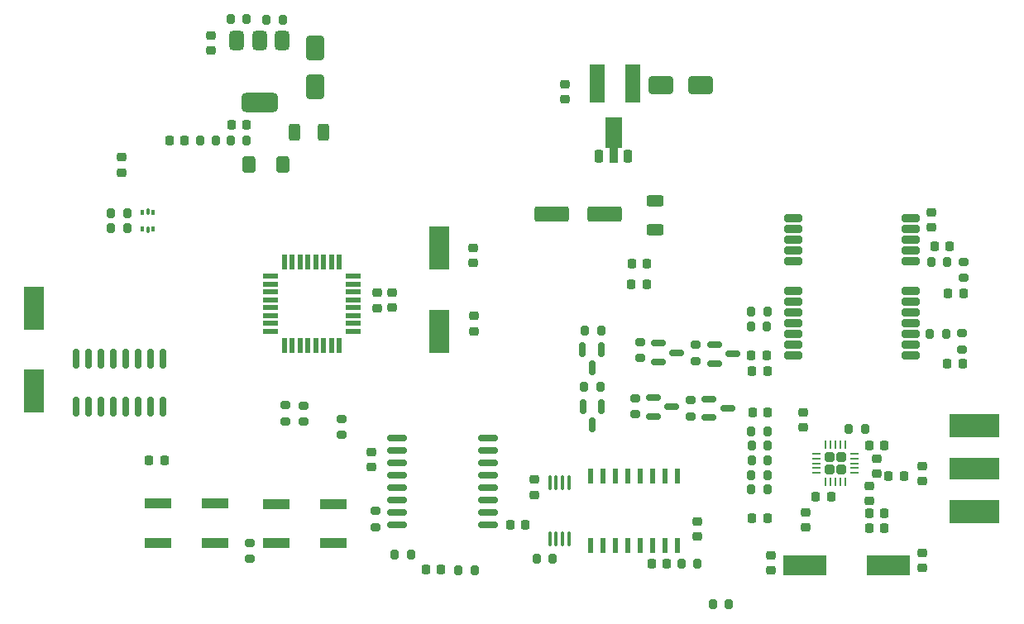
<source format=gbr>
%TF.GenerationSoftware,KiCad,Pcbnew,8.0.1*%
%TF.CreationDate,2024-11-10T18:35:02+01:00*%
%TF.ProjectId,Weather,57656174-6865-4722-9e6b-696361645f70,1.0*%
%TF.SameCoordinates,Original*%
%TF.FileFunction,Paste,Top*%
%TF.FilePolarity,Positive*%
%FSLAX46Y46*%
G04 Gerber Fmt 4.6, Leading zero omitted, Abs format (unit mm)*
G04 Created by KiCad (PCBNEW 8.0.1) date 2024-11-10 18:35:02*
%MOMM*%
%LPD*%
G01*
G04 APERTURE LIST*
G04 Aperture macros list*
%AMRoundRect*
0 Rectangle with rounded corners*
0 $1 Rounding radius*
0 $2 $3 $4 $5 $6 $7 $8 $9 X,Y pos of 4 corners*
0 Add a 4 corners polygon primitive as box body*
4,1,4,$2,$3,$4,$5,$6,$7,$8,$9,$2,$3,0*
0 Add four circle primitives for the rounded corners*
1,1,$1+$1,$2,$3*
1,1,$1+$1,$4,$5*
1,1,$1+$1,$6,$7*
1,1,$1+$1,$8,$9*
0 Add four rect primitives between the rounded corners*
20,1,$1+$1,$2,$3,$4,$5,0*
20,1,$1+$1,$4,$5,$6,$7,0*
20,1,$1+$1,$6,$7,$8,$9,0*
20,1,$1+$1,$8,$9,$2,$3,0*%
%AMFreePoly0*
4,1,9,3.862500,-0.866500,0.737500,-0.866500,0.737500,-0.450000,-0.737500,-0.450000,-0.737500,0.450000,0.737500,0.450000,0.737500,0.866500,3.862500,0.866500,3.862500,-0.866500,3.862500,-0.866500,$1*%
G04 Aperture macros list end*
%ADD10RoundRect,0.200000X0.200000X0.275000X-0.200000X0.275000X-0.200000X-0.275000X0.200000X-0.275000X0*%
%ADD11RoundRect,0.150000X-0.587500X-0.150000X0.587500X-0.150000X0.587500X0.150000X-0.587500X0.150000X0*%
%ADD12RoundRect,0.225000X-0.250000X0.225000X-0.250000X-0.225000X0.250000X-0.225000X0.250000X0.225000X0*%
%ADD13RoundRect,0.250000X1.000000X0.650000X-1.000000X0.650000X-1.000000X-0.650000X1.000000X-0.650000X0*%
%ADD14RoundRect,0.218750X0.256250X-0.218750X0.256250X0.218750X-0.256250X0.218750X-0.256250X-0.218750X0*%
%ADD15RoundRect,0.218750X-0.218750X-0.256250X0.218750X-0.256250X0.218750X0.256250X-0.218750X0.256250X0*%
%ADD16RoundRect,0.200000X0.275000X-0.200000X0.275000X0.200000X-0.275000X0.200000X-0.275000X-0.200000X0*%
%ADD17RoundRect,0.200000X-0.200000X-0.275000X0.200000X-0.275000X0.200000X0.275000X-0.200000X0.275000X0*%
%ADD18RoundRect,0.218750X0.218750X0.256250X-0.218750X0.256250X-0.218750X-0.256250X0.218750X-0.256250X0*%
%ADD19RoundRect,0.225000X-0.225000X-0.250000X0.225000X-0.250000X0.225000X0.250000X-0.225000X0.250000X0*%
%ADD20RoundRect,0.093750X0.093750X-0.156250X0.093750X0.156250X-0.093750X0.156250X-0.093750X-0.156250X0*%
%ADD21RoundRect,0.075000X0.075000X-0.250000X0.075000X0.250000X-0.075000X0.250000X-0.075000X-0.250000X0*%
%ADD22R,2.000000X4.500000*%
%ADD23RoundRect,0.250000X1.500000X0.550000X-1.500000X0.550000X-1.500000X-0.550000X1.500000X-0.550000X0*%
%ADD24RoundRect,0.150000X-0.150000X0.587500X-0.150000X-0.587500X0.150000X-0.587500X0.150000X0.587500X0*%
%ADD25RoundRect,0.150000X-0.875000X-0.150000X0.875000X-0.150000X0.875000X0.150000X-0.875000X0.150000X0*%
%ADD26R,2.800000X1.000000*%
%ADD27R,1.500000X4.000000*%
%ADD28RoundRect,0.225000X0.225000X0.250000X-0.225000X0.250000X-0.225000X-0.250000X0.225000X-0.250000X0*%
%ADD29RoundRect,0.225000X0.250000X-0.225000X0.250000X0.225000X-0.250000X0.225000X-0.250000X-0.225000X0*%
%ADD30RoundRect,0.200000X-0.275000X0.200000X-0.275000X-0.200000X0.275000X-0.200000X0.275000X0.200000X0*%
%ADD31R,1.600000X0.550000*%
%ADD32R,0.550000X1.600000*%
%ADD33RoundRect,0.200000X0.700000X0.200000X-0.700000X0.200000X-0.700000X-0.200000X0.700000X-0.200000X0*%
%ADD34RoundRect,0.375000X-0.375000X0.625000X-0.375000X-0.625000X0.375000X-0.625000X0.375000X0.625000X0*%
%ADD35RoundRect,0.500000X-1.400000X0.500000X-1.400000X-0.500000X1.400000X-0.500000X1.400000X0.500000X0*%
%ADD36R,4.500000X2.000000*%
%ADD37RoundRect,0.250000X-0.650000X1.000000X-0.650000X-1.000000X0.650000X-1.000000X0.650000X1.000000X0*%
%ADD38RoundRect,0.100000X0.100000X-0.637500X0.100000X0.637500X-0.100000X0.637500X-0.100000X-0.637500X0*%
%ADD39R,5.080000X2.290000*%
%ADD40R,5.080000X2.420000*%
%ADD41RoundRect,0.250000X-0.255000X-0.255000X0.255000X-0.255000X0.255000X0.255000X-0.255000X0.255000X0*%
%ADD42RoundRect,0.062500X-0.350000X-0.062500X0.350000X-0.062500X0.350000X0.062500X-0.350000X0.062500X0*%
%ADD43RoundRect,0.062500X-0.062500X-0.350000X0.062500X-0.350000X0.062500X0.350000X-0.062500X0.350000X0*%
%ADD44RoundRect,0.250000X-0.312500X-0.625000X0.312500X-0.625000X0.312500X0.625000X-0.312500X0.625000X0*%
%ADD45RoundRect,0.250000X-0.625000X0.312500X-0.625000X-0.312500X0.625000X-0.312500X0.625000X0.312500X0*%
%ADD46RoundRect,0.250000X-0.400000X-0.600000X0.400000X-0.600000X0.400000X0.600000X-0.400000X0.600000X0*%
%ADD47R,0.600000X1.500000*%
%ADD48RoundRect,0.150000X-0.150000X0.825000X-0.150000X-0.825000X0.150000X-0.825000X0.150000X0.825000X0*%
%ADD49RoundRect,0.225000X0.225000X-0.425000X0.225000X0.425000X-0.225000X0.425000X-0.225000X-0.425000X0*%
%ADD50FreePoly0,90.000000*%
G04 APERTURE END LIST*
D10*
%TO.C,R5*%
X99948000Y-123545600D03*
X98298000Y-123545600D03*
%TD*%
D11*
%TO.C,Q5*%
X115969800Y-107188000D03*
X115969800Y-109088000D03*
X117844800Y-108138000D03*
%TD*%
D12*
%TO.C,C3*%
X98044000Y-115442400D03*
X98044000Y-116992400D03*
%TD*%
D13*
%TO.C,D6*%
X115061800Y-75024000D03*
X111061800Y-75024000D03*
%TD*%
D14*
%TO.C,D9*%
X55854600Y-83972600D03*
X55854600Y-82397600D03*
%TD*%
D15*
%TO.C,L8*%
X120294000Y-102666800D03*
X121869000Y-102666800D03*
%TD*%
D16*
%TO.C,R33*%
X68935600Y-123545600D03*
X68935600Y-121895600D03*
%TD*%
D17*
%TO.C,R12*%
X120307500Y-111963200D03*
X121957500Y-111963200D03*
%TD*%
D18*
%TO.C,L7*%
X109626600Y-93319600D03*
X108051600Y-93319600D03*
%TD*%
D19*
%TO.C,C23*%
X132334000Y-118872000D03*
X133884000Y-118872000D03*
%TD*%
D17*
%TO.C,R21*%
X90298000Y-124714000D03*
X91948000Y-124714000D03*
%TD*%
D12*
%TO.C,C19*%
X125600000Y-108550000D03*
X125600000Y-110100000D03*
%TD*%
D11*
%TO.C,Q1*%
X116489200Y-101615200D03*
X116489200Y-103515200D03*
X118364200Y-102565200D03*
%TD*%
D20*
%TO.C,U10*%
X57975000Y-89780090D03*
D21*
X58512500Y-89855090D03*
D20*
X59050000Y-89780090D03*
X59050000Y-88080090D03*
D21*
X58512500Y-88005090D03*
D20*
X57975000Y-88080090D03*
%TD*%
D19*
%TO.C,C22*%
X132325000Y-111900000D03*
X133875000Y-111900000D03*
%TD*%
D22*
%TO.C,Y3*%
X46875000Y-97875000D03*
X46875000Y-106375000D03*
%TD*%
D23*
%TO.C,C18*%
X105285800Y-88181200D03*
X99885800Y-88181200D03*
%TD*%
D24*
%TO.C,Q3*%
X104965600Y-107977600D03*
X103065600Y-107977600D03*
X104015600Y-109852600D03*
%TD*%
D17*
%TO.C,R29*%
X54750200Y-88154490D03*
X56400200Y-88154490D03*
%TD*%
D25*
%TO.C,U13*%
X84019600Y-111150400D03*
X84019600Y-112420400D03*
X84019600Y-113690400D03*
X84019600Y-114960400D03*
X84019600Y-116230400D03*
X84019600Y-117500400D03*
X84019600Y-118770400D03*
X84019600Y-120040400D03*
X93319600Y-120040400D03*
X93319600Y-118770400D03*
X93319600Y-117500400D03*
X93319600Y-116230400D03*
X93319600Y-114960400D03*
X93319600Y-113690400D03*
X93319600Y-112420400D03*
X93319600Y-111150400D03*
%TD*%
D15*
%TO.C,D8*%
X140360200Y-103581200D03*
X141935200Y-103581200D03*
%TD*%
D26*
%TO.C,SW1*%
X65384000Y-121888000D03*
X59584000Y-121888000D03*
X65384000Y-117888000D03*
X59584000Y-117888000D03*
%TD*%
D27*
%TO.C,L5*%
X104537400Y-74871600D03*
X108137400Y-74871600D03*
%TD*%
D28*
%TO.C,C4*%
X111607600Y-124002800D03*
X110057600Y-124002800D03*
%TD*%
D29*
%TO.C,C17*%
X101206600Y-76459400D03*
X101206600Y-74909400D03*
%TD*%
D30*
%TO.C,R8*%
X108396000Y-107097600D03*
X108396000Y-108747600D03*
%TD*%
D31*
%TO.C,U1*%
X79542200Y-100209600D03*
X79542200Y-99409600D03*
X79542200Y-98609600D03*
X79542200Y-97809600D03*
X79542200Y-97009600D03*
X79542200Y-96209600D03*
X79542200Y-95409600D03*
X79542200Y-94609600D03*
D32*
X78092200Y-93159600D03*
X77292200Y-93159600D03*
X76492200Y-93159600D03*
X75692200Y-93159600D03*
X74892200Y-93159600D03*
X74092200Y-93159600D03*
X73292200Y-93159600D03*
X72492200Y-93159600D03*
D31*
X71042200Y-94609600D03*
X71042200Y-95409600D03*
X71042200Y-96209600D03*
X71042200Y-97009600D03*
X71042200Y-97809600D03*
X71042200Y-98609600D03*
X71042200Y-99409600D03*
X71042200Y-100209600D03*
D32*
X72492200Y-101659600D03*
X73292200Y-101659600D03*
X74092200Y-101659600D03*
X74892200Y-101659600D03*
X75692200Y-101659600D03*
X76492200Y-101659600D03*
X77292200Y-101659600D03*
X78092200Y-101659600D03*
%TD*%
D12*
%TO.C,C31*%
X122301000Y-123202400D03*
X122301000Y-124752400D03*
%TD*%
D17*
%TO.C,R10*%
X120295300Y-116433600D03*
X121945300Y-116433600D03*
%TD*%
%TO.C,R16*%
X66993800Y-68267600D03*
X68643800Y-68267600D03*
%TD*%
D16*
%TO.C,R27*%
X141833600Y-102081600D03*
X141833600Y-100431600D03*
%TD*%
D30*
%TO.C,R35*%
X108915400Y-101321600D03*
X108915400Y-102971600D03*
%TD*%
D12*
%TO.C,C27*%
X138740400Y-88033800D03*
X138740400Y-89583800D03*
%TD*%
D33*
%TO.C,U9*%
X136612400Y-102666800D03*
X136612400Y-101566800D03*
X136612400Y-100466800D03*
X136612400Y-99366800D03*
X136612400Y-98266800D03*
X136612400Y-97166800D03*
X136612400Y-96066800D03*
X136612400Y-93066800D03*
X136612400Y-91966800D03*
X136612400Y-90866800D03*
X136612400Y-89766800D03*
X136612400Y-88666800D03*
X124612400Y-88666800D03*
X124612400Y-89766800D03*
X124612400Y-90866800D03*
X124612400Y-91966800D03*
X124612400Y-93066800D03*
X124612400Y-96066800D03*
X124612400Y-97166800D03*
X124612400Y-98266800D03*
X124612400Y-99366800D03*
X124612400Y-100466800D03*
X124612400Y-101566800D03*
X124612400Y-102666800D03*
%TD*%
D14*
%TO.C,L11*%
X133096000Y-114833500D03*
X133096000Y-113258500D03*
%TD*%
D15*
%TO.C,L10*%
X134340500Y-115062000D03*
X135915500Y-115062000D03*
%TD*%
D34*
%TO.C,U6*%
X72227800Y-70452000D03*
X69927800Y-70452000D03*
D35*
X69927800Y-76752000D03*
D34*
X67627800Y-70452000D03*
%TD*%
D19*
%TO.C,C24*%
X132334000Y-120422000D03*
X133884000Y-120422000D03*
%TD*%
D16*
%TO.C,R25*%
X141986000Y-94742000D03*
X141986000Y-93092000D03*
%TD*%
D10*
%TO.C,R37*%
X104900000Y-100200000D03*
X103250000Y-100200000D03*
%TD*%
D16*
%TO.C,R2*%
X74435000Y-109490800D03*
X74435000Y-107840800D03*
%TD*%
D15*
%TO.C,D2*%
X86969600Y-124663200D03*
X88544600Y-124663200D03*
%TD*%
D29*
%TO.C,C5*%
X114757200Y-121234800D03*
X114757200Y-119684800D03*
%TD*%
D15*
%TO.C,L3*%
X120345000Y-104292400D03*
X121920000Y-104292400D03*
%TD*%
D36*
%TO.C,Y1*%
X125798000Y-124206000D03*
X134298000Y-124206000D03*
%TD*%
D12*
%TO.C,C7*%
X137795000Y-122910000D03*
X137795000Y-124460000D03*
%TD*%
D16*
%TO.C,R1*%
X72555400Y-109440000D03*
X72555400Y-107790000D03*
%TD*%
D15*
%TO.C,D7*%
X140411000Y-96367600D03*
X141986000Y-96367600D03*
%TD*%
D19*
%TO.C,C20*%
X126900000Y-117200000D03*
X128450000Y-117200000D03*
%TD*%
D37*
%TO.C,D5*%
X75654200Y-71214000D03*
X75654200Y-75214000D03*
%TD*%
D17*
%TO.C,R23*%
X120243400Y-99720400D03*
X121893400Y-99720400D03*
%TD*%
D16*
%TO.C,R15*%
X78350000Y-110850000D03*
X78350000Y-109200000D03*
%TD*%
D10*
%TO.C,R3*%
X117982000Y-128219200D03*
X116332000Y-128219200D03*
%TD*%
D26*
%TO.C,SW2*%
X71700000Y-117900000D03*
X77500000Y-117900000D03*
X71700000Y-121900000D03*
X77500000Y-121900000D03*
%TD*%
D30*
%TO.C,R13*%
X81838800Y-118644400D03*
X81838800Y-120294400D03*
%TD*%
D22*
%TO.C,Y2*%
X88303400Y-91720800D03*
X88303400Y-100220800D03*
%TD*%
D19*
%TO.C,C12*%
X67069000Y-79037200D03*
X68619000Y-79037200D03*
%TD*%
D12*
%TO.C,C8*%
X81432400Y-112610600D03*
X81432400Y-114160600D03*
%TD*%
D11*
%TO.C,Q2*%
X110799600Y-101462800D03*
X110799600Y-103362800D03*
X112674600Y-102412800D03*
%TD*%
D17*
%TO.C,R11*%
X120319700Y-113487200D03*
X121969700Y-113487200D03*
%TD*%
D29*
%TO.C,C1*%
X81953400Y-97846200D03*
X81953400Y-96296200D03*
%TD*%
D14*
%TO.C,L1*%
X132334000Y-117627500D03*
X132334000Y-116052500D03*
%TD*%
D17*
%TO.C,R22*%
X120269800Y-98247200D03*
X121919800Y-98247200D03*
%TD*%
D18*
%TO.C,L9*%
X121971000Y-108585000D03*
X120396000Y-108585000D03*
%TD*%
D29*
%TO.C,C11*%
X64986200Y-71443200D03*
X64986200Y-69893200D03*
%TD*%
D17*
%TO.C,R9*%
X120295300Y-114960400D03*
X121945300Y-114960400D03*
%TD*%
D18*
%TO.C,L6*%
X109575800Y-95453200D03*
X108000800Y-95453200D03*
%TD*%
D10*
%TO.C,R36*%
X104815600Y-105952600D03*
X103165600Y-105952600D03*
%TD*%
D38*
%TO.C,U2*%
X99659800Y-121480500D03*
X100309800Y-121480500D03*
X100959800Y-121480500D03*
X101609800Y-121480500D03*
X101609800Y-115755500D03*
X100959800Y-115755500D03*
X100309800Y-115755500D03*
X99659800Y-115755500D03*
%TD*%
D10*
%TO.C,R32*%
X131925000Y-110236000D03*
X130275000Y-110236000D03*
%TD*%
D15*
%TO.C,L2*%
X120345000Y-119380000D03*
X121920000Y-119380000D03*
%TD*%
D12*
%TO.C,C21*%
X125850000Y-118750000D03*
X125850000Y-120300000D03*
%TD*%
D10*
%TO.C,R17*%
X72313600Y-68318400D03*
X70663600Y-68318400D03*
%TD*%
D12*
%TO.C,C9*%
X91910200Y-98670800D03*
X91910200Y-100220800D03*
%TD*%
D24*
%TO.C,Q4*%
X104915600Y-102127600D03*
X103015600Y-102127600D03*
X103965600Y-104002600D03*
%TD*%
D19*
%TO.C,C30*%
X58648000Y-113436400D03*
X60198000Y-113436400D03*
%TD*%
D30*
%TO.C,R34*%
X114554200Y-101626400D03*
X114554200Y-103276400D03*
%TD*%
D10*
%TO.C,R14*%
X85445600Y-123139200D03*
X83795600Y-123139200D03*
%TD*%
D17*
%TO.C,R28*%
X54750200Y-89678490D03*
X56400200Y-89678490D03*
%TD*%
D39*
%TO.C,J27*%
X143148400Y-114300000D03*
D40*
X143148400Y-118680000D03*
X143148400Y-109920000D03*
%TD*%
D10*
%TO.C,R24*%
X140334000Y-93167200D03*
X138684000Y-93167200D03*
%TD*%
%TO.C,R4*%
X114757200Y-124002800D03*
X113107200Y-124002800D03*
%TD*%
D41*
%TO.C,U8*%
X128261700Y-113132200D03*
X128261700Y-114382200D03*
X129511700Y-113132200D03*
X129511700Y-114382200D03*
D42*
X126949200Y-112757200D03*
X126949200Y-113257200D03*
X126949200Y-113757200D03*
X126949200Y-114257200D03*
X126949200Y-114757200D03*
D43*
X127886700Y-115694700D03*
X128386700Y-115694700D03*
X128886700Y-115694700D03*
X129386700Y-115694700D03*
X129886700Y-115694700D03*
D42*
X130824200Y-114757200D03*
X130824200Y-114257200D03*
X130824200Y-113757200D03*
X130824200Y-113257200D03*
X130824200Y-112757200D03*
D43*
X129886700Y-111819700D03*
X129386700Y-111819700D03*
X128886700Y-111819700D03*
X128386700Y-111819700D03*
X127886700Y-111819700D03*
%TD*%
D44*
%TO.C,R20*%
X73542000Y-79850000D03*
X76467000Y-79850000D03*
%TD*%
D30*
%TO.C,R7*%
X114085600Y-107300800D03*
X114085600Y-108950800D03*
%TD*%
D17*
%TO.C,R19*%
X63844200Y-80713600D03*
X65494200Y-80713600D03*
%TD*%
%TO.C,R18*%
X66993800Y-80713600D03*
X68643800Y-80713600D03*
%TD*%
D15*
%TO.C,D3*%
X60718800Y-80713600D03*
X62293800Y-80713600D03*
%TD*%
D28*
%TO.C,C6*%
X97155600Y-120040400D03*
X95605600Y-120040400D03*
%TD*%
D29*
%TO.C,C2*%
X83528200Y-97820200D03*
X83528200Y-96270200D03*
%TD*%
D45*
%TO.C,R6*%
X110452200Y-86881800D03*
X110452200Y-89806800D03*
%TD*%
D46*
%TO.C,D4*%
X68834000Y-83159600D03*
X72334000Y-83159600D03*
%TD*%
D11*
%TO.C,Q6*%
X110280200Y-107035600D03*
X110280200Y-108935600D03*
X112155200Y-107985600D03*
%TD*%
D10*
%TO.C,R26*%
X140232400Y-100482400D03*
X138582400Y-100482400D03*
%TD*%
D17*
%TO.C,R31*%
X120295300Y-110490000D03*
X121945300Y-110490000D03*
%TD*%
D28*
%TO.C,C26*%
X140563600Y-91490800D03*
X139013600Y-91490800D03*
%TD*%
D47*
%TO.C,U3*%
X112750600Y-115068000D03*
X111480600Y-115068000D03*
X110210600Y-115068000D03*
X108940600Y-115068000D03*
X107670600Y-115068000D03*
X106400600Y-115068000D03*
X105130600Y-115068000D03*
X103860600Y-115068000D03*
X103860600Y-122168000D03*
X105130600Y-122168000D03*
X106400600Y-122168000D03*
X107670600Y-122168000D03*
X108940600Y-122168000D03*
X110210600Y-122168000D03*
X111480600Y-122168000D03*
X112750600Y-122168000D03*
%TD*%
D48*
%TO.C,U11*%
X60025000Y-103000000D03*
X58755000Y-103000000D03*
X57485000Y-103000000D03*
X56215000Y-103000000D03*
X54945000Y-103000000D03*
X53675000Y-103000000D03*
X52405000Y-103000000D03*
X51135000Y-103000000D03*
X51135000Y-107950000D03*
X52405000Y-107950000D03*
X53675000Y-107950000D03*
X54945000Y-107950000D03*
X56215000Y-107950000D03*
X57485000Y-107950000D03*
X58755000Y-107950000D03*
X60025000Y-107950000D03*
%TD*%
D29*
%TO.C,C25*%
X137800000Y-115583000D03*
X137800000Y-114033000D03*
%TD*%
D49*
%TO.C,U7*%
X104661000Y-82288400D03*
D50*
X106161000Y-82200900D03*
D49*
X107661000Y-82288400D03*
%TD*%
D29*
%TO.C,C10*%
X91808600Y-93223400D03*
X91808600Y-91673400D03*
%TD*%
M02*

</source>
